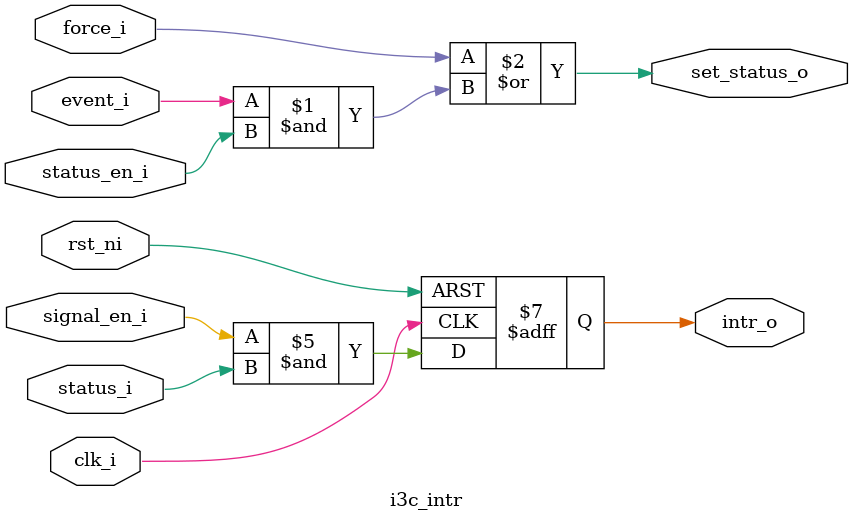
<source format=sv>


module i3c_intr
#(
  parameter int unsigned Width = 1
) (
  input               clk_i,
  input               rst_ni,

  // Interrupt event from internal logic.
  input   [Width-1:0] event_i,

  // Interrupt enable.
  input   [Width-1:0] status_en_i,
  // Set interrupt status bit in HCI register.
  output  [Width-1:0] set_status_o,
  // Interrupt force signal from HCI register.
  input   [Width-1:0] force_i,
  // Interrupt status bit from configuration registers.
  input   [Width-1:0] status_i,
  // Interrupt signal enable from HCI configuration.
  input   [Width-1:0] signal_en_i,

  // Interrupt signal to system.
  output logic        intr_o
);

  // Interrupt status bits are set by the occurrence of enabled events or software forcing for
  // diagnostic purposes.
  assign set_status_o = force_i | (event_i & status_en_i);

  // Re-time the interrupt output to aid timing and prevent glitches.
  always_ff @(posedge clk_i or negedge rst_ni) begin
    if (!rst_ni) intr_o <= '0;
    else intr_o <= |{signal_en_i & status_i};
  end

endmodule

</source>
